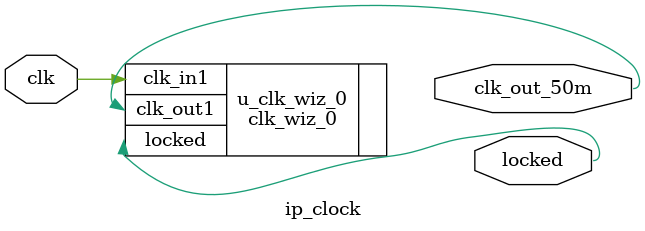
<source format=v>
`timescale 1ns / 1ps


module ip_clock(
    input wire      clk,
        
    output wire     locked,
    output wire     clk_out_50m
    );
    
    clk_wiz_0 u_clk_wiz_0
    (
    // Clock out ports
    .clk_out1                 (clk_out_50m),              
    // Status and control signals
    .locked                   (locked),
    // Clock in ports
    .clk_in1                  (clk)
    );
    
    
endmodule

</source>
